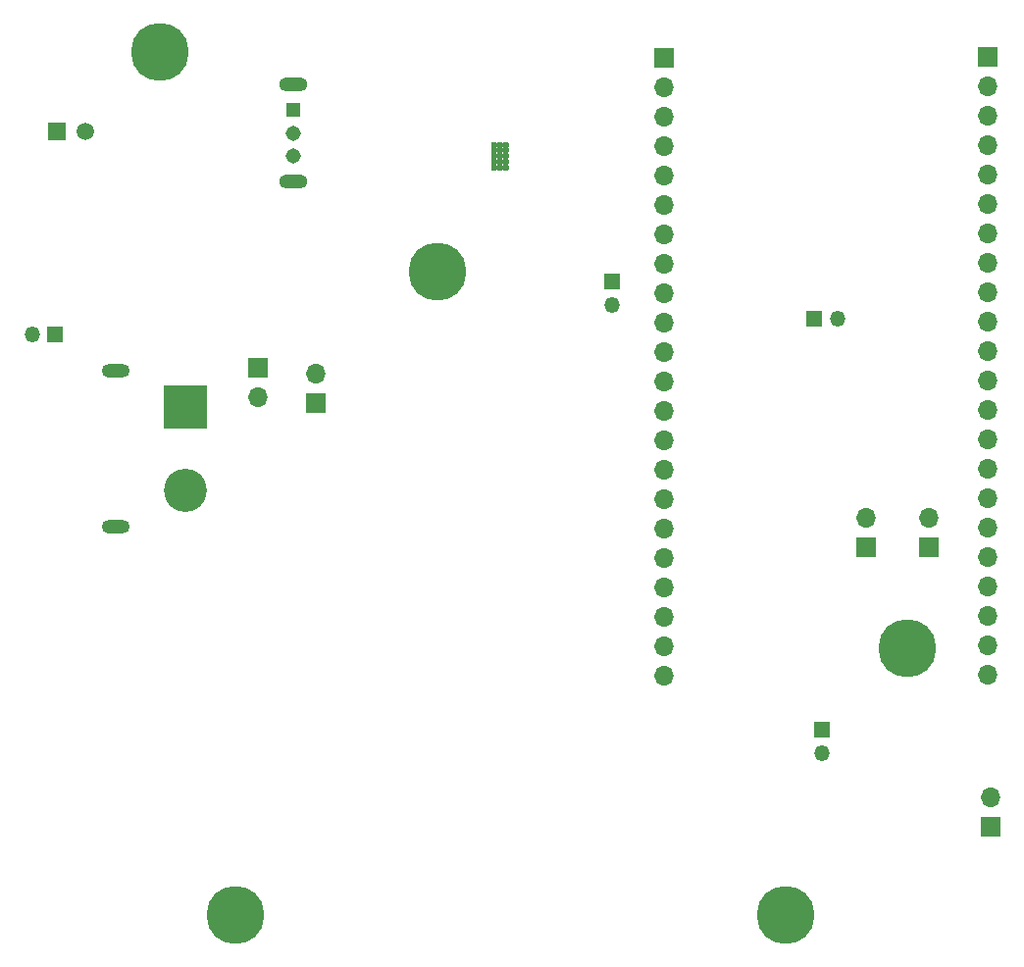
<source format=gbr>
%TF.GenerationSoftware,KiCad,Pcbnew,9.0.0*%
%TF.CreationDate,2025-05-21T17:06:58+02:00*%
%TF.ProjectId,DKWS_PCB,444b5753-5f50-4434-922e-6b696361645f,rev?*%
%TF.SameCoordinates,Original*%
%TF.FileFunction,Soldermask,Bot*%
%TF.FilePolarity,Negative*%
%FSLAX46Y46*%
G04 Gerber Fmt 4.6, Leading zero omitted, Abs format (unit mm)*
G04 Created by KiCad (PCBNEW 9.0.0) date 2025-05-21 17:06:58*
%MOMM*%
%LPD*%
G01*
G04 APERTURE LIST*
%ADD10R,1.700000X1.700000*%
%ADD11O,1.700000X1.700000*%
%ADD12C,0.800000*%
%ADD13C,5.000000*%
%ADD14R,1.350000X1.350000*%
%ADD15O,1.350000X1.350000*%
%ADD16R,1.308000X1.308000*%
%ADD17C,1.308000*%
%ADD18O,2.460000X1.230000*%
%ADD19C,1.508000*%
%ADD20R,1.508000X1.508000*%
%ADD21C,0.600000*%
%ADD22R,3.716000X3.716000*%
%ADD23C,3.716000*%
%ADD24O,2.400000X1.200000*%
G04 APERTURE END LIST*
D10*
%TO.C,J1*%
X108968500Y-44285500D03*
D11*
X108968500Y-46825500D03*
X108968500Y-49365500D03*
X108968500Y-51905500D03*
X108968500Y-54445500D03*
X108968500Y-56985500D03*
X108968500Y-59525500D03*
X108968500Y-62065500D03*
X108968500Y-64605500D03*
X108968500Y-67145500D03*
X108968500Y-69685500D03*
X108968500Y-72225500D03*
X108968500Y-74765500D03*
X108968500Y-77305500D03*
X108968500Y-79845500D03*
X108968500Y-82385500D03*
X108968500Y-84925500D03*
X108968500Y-87465500D03*
X108968500Y-90005500D03*
X108968500Y-92545500D03*
X108968500Y-95085500D03*
X108968500Y-97625500D03*
%TD*%
D10*
%TO.C,JP3*%
X50968500Y-74140500D03*
D11*
X50968500Y-71600500D03*
%TD*%
D12*
%TO.C,H2*%
X59593500Y-62865500D03*
X60142675Y-61539675D03*
X60142675Y-64191325D03*
X61468500Y-60990500D03*
D13*
X61468500Y-62865500D03*
D12*
X61468500Y-64740500D03*
X62794325Y-61539675D03*
X62794325Y-64191325D03*
X63343500Y-62865500D03*
%TD*%
D14*
%TO.C,JP6*%
X93968500Y-66865500D03*
D15*
X95968500Y-66865500D03*
%TD*%
D16*
%TO.C,S1*%
X48968500Y-48865500D03*
D17*
X48968500Y-50865500D03*
X48968500Y-52865500D03*
D18*
X48968500Y-46665500D03*
X48968500Y-55065500D03*
%TD*%
D10*
%TO.C,JP9*%
X109158500Y-110740500D03*
D11*
X109158500Y-108200500D03*
%TD*%
D12*
%TO.C,H1*%
X35593500Y-43865500D03*
X36142675Y-42539675D03*
X36142675Y-45191325D03*
X37468500Y-41990500D03*
D13*
X37468500Y-43865500D03*
D12*
X37468500Y-45740500D03*
X38794325Y-42539675D03*
X38794325Y-45191325D03*
X39343500Y-43865500D03*
%TD*%
D10*
%TO.C,JP2*%
X98468500Y-86620500D03*
D11*
X98468500Y-84080500D03*
%TD*%
D10*
%TO.C,J2*%
X80968500Y-44365500D03*
D11*
X80968500Y-46905500D03*
X80968500Y-49445500D03*
X80968500Y-51985500D03*
X80968500Y-54525500D03*
X80968500Y-57065500D03*
X80968500Y-59605500D03*
X80968500Y-62145500D03*
X80968500Y-64685500D03*
X80968500Y-67225500D03*
X80968500Y-69765500D03*
X80968500Y-72305500D03*
X80968500Y-74845500D03*
X80968500Y-77385500D03*
X80968500Y-79925500D03*
X80968500Y-82465500D03*
X80968500Y-85005500D03*
X80968500Y-87545500D03*
X80968500Y-90085500D03*
X80968500Y-92625500D03*
X80968500Y-95165500D03*
X80968500Y-97705500D03*
%TD*%
D14*
%TO.C,JP10*%
X94603500Y-102365500D03*
D15*
X94603500Y-104365500D03*
%TD*%
D10*
%TO.C,JP1*%
X103833500Y-86620500D03*
D11*
X103833500Y-84080500D03*
%TD*%
D14*
%TO.C,JP8*%
X28468500Y-68265500D03*
D15*
X26468500Y-68265500D03*
%TD*%
D12*
%TO.C,H4*%
X42093500Y-118365500D03*
X42642675Y-117039675D03*
X42642675Y-119691325D03*
X43968500Y-116490500D03*
D13*
X43968500Y-118365500D03*
D12*
X43968500Y-120240500D03*
X45294325Y-117039675D03*
X45294325Y-119691325D03*
X45843500Y-118365500D03*
%TD*%
D14*
%TO.C,JP7*%
X76546000Y-63665500D03*
D15*
X76546000Y-65665500D03*
%TD*%
D10*
%TO.C,JP5*%
X45968500Y-71090500D03*
D11*
X45968500Y-73630500D03*
%TD*%
D19*
%TO.C,J6*%
X31063800Y-50703000D03*
D20*
X28563800Y-50703000D03*
%TD*%
D21*
%TO.C,U5*%
X67368500Y-53865500D03*
X66868500Y-53865500D03*
X66368500Y-53865500D03*
X67368500Y-53365500D03*
X66868500Y-53365500D03*
X66368500Y-53365500D03*
X67368500Y-52865500D03*
X66868500Y-52865500D03*
X66368500Y-52865500D03*
X67368500Y-52365500D03*
X66868500Y-52365500D03*
X66368500Y-52365500D03*
X67368500Y-51865500D03*
X66868500Y-51865500D03*
X66368500Y-51865500D03*
%TD*%
D12*
%TO.C,H5*%
X89593500Y-118365500D03*
X90142675Y-117039675D03*
X90142675Y-119691325D03*
X91468500Y-116490500D03*
D13*
X91468500Y-118365500D03*
D12*
X91468500Y-120240500D03*
X92794325Y-117039675D03*
X92794325Y-119691325D03*
X93343500Y-118365500D03*
%TD*%
D22*
%TO.C,J10*%
X39713500Y-74515500D03*
D23*
X39713500Y-81715500D03*
D24*
X33713500Y-71365500D03*
X33713500Y-84865500D03*
%TD*%
D12*
%TO.C,H3*%
X100093500Y-95365500D03*
X100642675Y-94039675D03*
X100642675Y-96691325D03*
X101968500Y-93490500D03*
D13*
X101968500Y-95365500D03*
D12*
X101968500Y-97240500D03*
X103294325Y-94039675D03*
X103294325Y-96691325D03*
X103843500Y-95365500D03*
%TD*%
M02*

</source>
